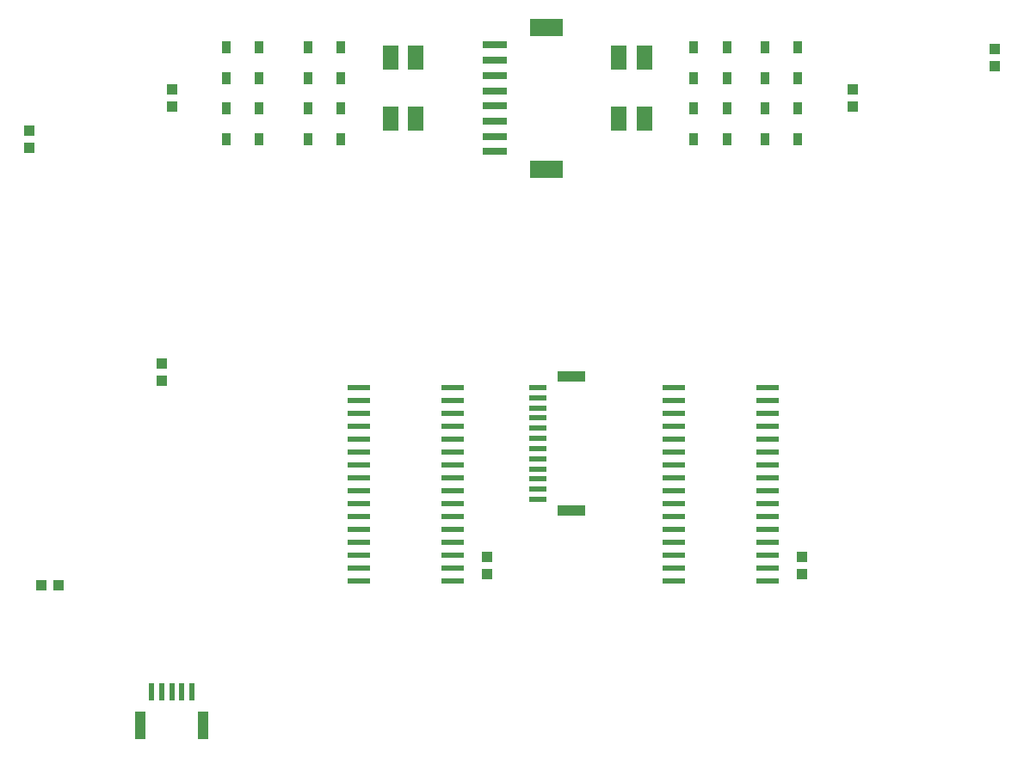
<source format=gtp>
G75*
G70*
%OFA0B0*%
%FSLAX24Y24*%
%IPPOS*%
%LPD*%
%AMOC8*
5,1,8,0,0,1.08239X$1,22.5*
%
%ADD10R,0.1299X0.0709*%
%ADD11R,0.0945X0.0315*%
%ADD12R,0.0358X0.0480*%
%ADD13R,0.0591X0.0945*%
%ADD14R,0.0866X0.0236*%
%ADD15R,0.0394X0.0433*%
%ADD16R,0.0669X0.0236*%
%ADD17R,0.1102X0.0394*%
%ADD18R,0.0236X0.0669*%
%ADD19R,0.0394X0.1102*%
%ADD20R,0.0433X0.0394*%
D10*
X024295Y025309D03*
X024295Y030821D03*
D11*
X022287Y030132D03*
X022287Y029542D03*
X022287Y028951D03*
X022287Y028361D03*
X022287Y027770D03*
X022287Y027180D03*
X022287Y026589D03*
X022287Y025998D03*
D12*
X016333Y026491D03*
X016333Y027672D03*
X015053Y027672D03*
X015053Y026491D03*
X013183Y026491D03*
X013183Y027672D03*
X011904Y027672D03*
X011904Y026491D03*
X011904Y028853D03*
X011904Y030034D03*
X013183Y030034D03*
X013183Y028853D03*
X015053Y028853D03*
X015053Y030034D03*
X016333Y030034D03*
X016333Y028853D03*
X030014Y028853D03*
X030014Y030034D03*
X031293Y030034D03*
X031293Y028853D03*
X031293Y027672D03*
X031293Y026491D03*
X030014Y026491D03*
X030014Y027672D03*
X032770Y027672D03*
X032770Y026491D03*
X034049Y026491D03*
X034049Y027672D03*
X034049Y028853D03*
X034049Y030034D03*
X032770Y030034D03*
X032770Y028853D03*
D13*
X028094Y029640D03*
X027110Y029640D03*
X027110Y027278D03*
X028094Y027278D03*
X019236Y027278D03*
X018252Y027278D03*
X018252Y029640D03*
X019236Y029640D03*
D14*
X020654Y016855D03*
X020654Y016355D03*
X020654Y015855D03*
X020654Y015355D03*
X020654Y014855D03*
X020654Y014355D03*
X020654Y013855D03*
X020654Y013355D03*
X020654Y012855D03*
X020654Y012355D03*
X020654Y011855D03*
X020654Y011355D03*
X020654Y010855D03*
X020654Y010355D03*
X020654Y009855D03*
X020654Y009355D03*
X017031Y009355D03*
X017031Y009855D03*
X017031Y010355D03*
X017031Y010855D03*
X017031Y011355D03*
X017031Y011855D03*
X017031Y012355D03*
X017031Y012855D03*
X017031Y013355D03*
X017031Y013855D03*
X017031Y014355D03*
X017031Y014855D03*
X017031Y015355D03*
X017031Y015855D03*
X017031Y016355D03*
X017031Y016855D03*
X029236Y016855D03*
X029236Y016355D03*
X029236Y015855D03*
X029236Y015355D03*
X029236Y014855D03*
X029236Y014355D03*
X029236Y013855D03*
X029236Y013355D03*
X029236Y012855D03*
X029236Y012355D03*
X029236Y011855D03*
X029236Y011355D03*
X029236Y010855D03*
X029236Y010355D03*
X029236Y009855D03*
X029236Y009355D03*
X032858Y009355D03*
X032858Y009855D03*
X032858Y010355D03*
X032858Y010855D03*
X032858Y011355D03*
X032858Y011855D03*
X032858Y012355D03*
X032858Y012855D03*
X032858Y013355D03*
X032858Y013855D03*
X032858Y014355D03*
X032858Y014855D03*
X032858Y015355D03*
X032858Y015855D03*
X032858Y016355D03*
X032858Y016855D03*
D15*
X034197Y010290D03*
X034197Y009620D03*
X021992Y009620D03*
X021992Y010290D03*
X009394Y017101D03*
X009394Y017770D03*
X004276Y026156D03*
X004276Y026825D03*
X009787Y027731D03*
X009787Y028400D03*
X036165Y028400D03*
X036165Y027731D03*
X041677Y029306D03*
X041677Y029975D03*
D16*
X023961Y016845D03*
X023961Y016451D03*
X023961Y016057D03*
X023961Y015664D03*
X023961Y015270D03*
X023961Y014876D03*
X023961Y014483D03*
X023961Y014089D03*
X023961Y013695D03*
X023961Y013302D03*
X023961Y012908D03*
X023961Y012514D03*
D17*
X025280Y012081D03*
X025280Y017278D03*
D18*
X010575Y005050D03*
X010181Y005050D03*
X009787Y005050D03*
X009394Y005050D03*
X009000Y005050D03*
D19*
X008567Y003731D03*
X011008Y003731D03*
D20*
X005398Y009168D03*
X004728Y009168D03*
M02*

</source>
